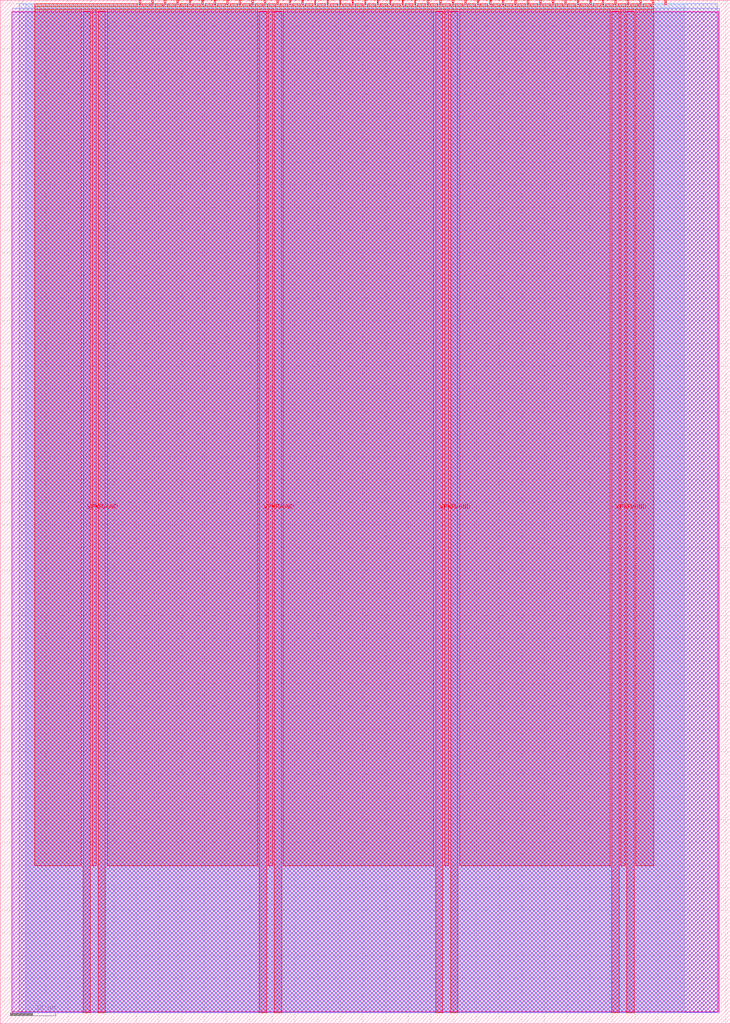
<source format=lef>
VERSION 5.7 ;
  NOWIREEXTENSIONATPIN ON ;
  DIVIDERCHAR "/" ;
  BUSBITCHARS "[]" ;
MACRO tt_um_pid_controller
  CLASS BLOCK ;
  FOREIGN tt_um_pid_controller ;
  ORIGIN 0.000 0.000 ;
  SIZE 161.000 BY 225.760 ;
  PIN VGND
    DIRECTION INOUT ;
    USE GROUND ;
    PORT
      LAYER met4 ;
        RECT 21.580 2.480 23.180 223.280 ;
    END
    PORT
      LAYER met4 ;
        RECT 60.450 2.480 62.050 223.280 ;
    END
    PORT
      LAYER met4 ;
        RECT 99.320 2.480 100.920 223.280 ;
    END
    PORT
      LAYER met4 ;
        RECT 138.190 2.480 139.790 223.280 ;
    END
  END VGND
  PIN VPWR
    DIRECTION INOUT ;
    USE POWER ;
    PORT
      LAYER met4 ;
        RECT 18.280 2.480 19.880 223.280 ;
    END
    PORT
      LAYER met4 ;
        RECT 57.150 2.480 58.750 223.280 ;
    END
    PORT
      LAYER met4 ;
        RECT 96.020 2.480 97.620 223.280 ;
    END
    PORT
      LAYER met4 ;
        RECT 134.890 2.480 136.490 223.280 ;
    END
  END VPWR
  PIN clk
    DIRECTION INPUT ;
    USE SIGNAL ;
    ANTENNAGATEAREA 0.852000 ;
    PORT
      LAYER met4 ;
        RECT 143.830 224.760 144.130 225.760 ;
    END
  END clk
  PIN ena
    DIRECTION INPUT ;
    USE SIGNAL ;
    PORT
      LAYER met4 ;
        RECT 146.590 224.760 146.890 225.760 ;
    END
  END ena
  PIN rst_n
    DIRECTION INPUT ;
    USE SIGNAL ;
    ANTENNAGATEAREA 0.196500 ;
    PORT
      LAYER met4 ;
        RECT 141.070 224.760 141.370 225.760 ;
    END
  END rst_n
  PIN ui_in[0]
    DIRECTION INPUT ;
    USE SIGNAL ;
    ANTENNAGATEAREA 0.213000 ;
    PORT
      LAYER met4 ;
        RECT 138.310 224.760 138.610 225.760 ;
    END
  END ui_in[0]
  PIN ui_in[1]
    DIRECTION INPUT ;
    USE SIGNAL ;
    ANTENNAGATEAREA 0.159000 ;
    PORT
      LAYER met4 ;
        RECT 135.550 224.760 135.850 225.760 ;
    END
  END ui_in[1]
  PIN ui_in[2]
    DIRECTION INPUT ;
    USE SIGNAL ;
    ANTENNAGATEAREA 0.213000 ;
    PORT
      LAYER met4 ;
        RECT 132.790 224.760 133.090 225.760 ;
    END
  END ui_in[2]
  PIN ui_in[3]
    DIRECTION INPUT ;
    USE SIGNAL ;
    ANTENNAGATEAREA 0.213000 ;
    PORT
      LAYER met4 ;
        RECT 130.030 224.760 130.330 225.760 ;
    END
  END ui_in[3]
  PIN ui_in[4]
    DIRECTION INPUT ;
    USE SIGNAL ;
    ANTENNAGATEAREA 0.196500 ;
    PORT
      LAYER met4 ;
        RECT 127.270 224.760 127.570 225.760 ;
    END
  END ui_in[4]
  PIN ui_in[5]
    DIRECTION INPUT ;
    USE SIGNAL ;
    ANTENNAGATEAREA 0.196500 ;
    PORT
      LAYER met4 ;
        RECT 124.510 224.760 124.810 225.760 ;
    END
  END ui_in[5]
  PIN ui_in[6]
    DIRECTION INPUT ;
    USE SIGNAL ;
    ANTENNAGATEAREA 0.196500 ;
    PORT
      LAYER met4 ;
        RECT 121.750 224.760 122.050 225.760 ;
    END
  END ui_in[6]
  PIN ui_in[7]
    DIRECTION INPUT ;
    USE SIGNAL ;
    ANTENNAGATEAREA 0.196500 ;
    PORT
      LAYER met4 ;
        RECT 118.990 224.760 119.290 225.760 ;
    END
  END ui_in[7]
  PIN uio_in[0]
    DIRECTION INPUT ;
    USE SIGNAL ;
    ANTENNAGATEAREA 0.196500 ;
    PORT
      LAYER met4 ;
        RECT 116.230 224.760 116.530 225.760 ;
    END
  END uio_in[0]
  PIN uio_in[1]
    DIRECTION INPUT ;
    USE SIGNAL ;
    ANTENNAGATEAREA 0.196500 ;
    PORT
      LAYER met4 ;
        RECT 113.470 224.760 113.770 225.760 ;
    END
  END uio_in[1]
  PIN uio_in[2]
    DIRECTION INPUT ;
    USE SIGNAL ;
    ANTENNAGATEAREA 0.196500 ;
    PORT
      LAYER met4 ;
        RECT 110.710 224.760 111.010 225.760 ;
    END
  END uio_in[2]
  PIN uio_in[3]
    DIRECTION INPUT ;
    USE SIGNAL ;
    ANTENNAGATEAREA 0.196500 ;
    PORT
      LAYER met4 ;
        RECT 107.950 224.760 108.250 225.760 ;
    END
  END uio_in[3]
  PIN uio_in[4]
    DIRECTION INPUT ;
    USE SIGNAL ;
    ANTENNAGATEAREA 0.196500 ;
    PORT
      LAYER met4 ;
        RECT 105.190 224.760 105.490 225.760 ;
    END
  END uio_in[4]
  PIN uio_in[5]
    DIRECTION INPUT ;
    USE SIGNAL ;
    ANTENNAGATEAREA 0.196500 ;
    PORT
      LAYER met4 ;
        RECT 102.430 224.760 102.730 225.760 ;
    END
  END uio_in[5]
  PIN uio_in[6]
    DIRECTION INPUT ;
    USE SIGNAL ;
    ANTENNAGATEAREA 0.196500 ;
    PORT
      LAYER met4 ;
        RECT 99.670 224.760 99.970 225.760 ;
    END
  END uio_in[6]
  PIN uio_in[7]
    DIRECTION INPUT ;
    USE SIGNAL ;
    ANTENNAGATEAREA 0.196500 ;
    PORT
      LAYER met4 ;
        RECT 96.910 224.760 97.210 225.760 ;
    END
  END uio_in[7]
  PIN uio_oe[0]
    DIRECTION OUTPUT ;
    USE SIGNAL ;
    PORT
      LAYER met4 ;
        RECT 49.990 224.760 50.290 225.760 ;
    END
  END uio_oe[0]
  PIN uio_oe[1]
    DIRECTION OUTPUT ;
    USE SIGNAL ;
    PORT
      LAYER met4 ;
        RECT 47.230 224.760 47.530 225.760 ;
    END
  END uio_oe[1]
  PIN uio_oe[2]
    DIRECTION OUTPUT ;
    USE SIGNAL ;
    PORT
      LAYER met4 ;
        RECT 44.470 224.760 44.770 225.760 ;
    END
  END uio_oe[2]
  PIN uio_oe[3]
    DIRECTION OUTPUT ;
    USE SIGNAL ;
    PORT
      LAYER met4 ;
        RECT 41.710 224.760 42.010 225.760 ;
    END
  END uio_oe[3]
  PIN uio_oe[4]
    DIRECTION OUTPUT ;
    USE SIGNAL ;
    PORT
      LAYER met4 ;
        RECT 38.950 224.760 39.250 225.760 ;
    END
  END uio_oe[4]
  PIN uio_oe[5]
    DIRECTION OUTPUT ;
    USE SIGNAL ;
    PORT
      LAYER met4 ;
        RECT 36.190 224.760 36.490 225.760 ;
    END
  END uio_oe[5]
  PIN uio_oe[6]
    DIRECTION OUTPUT ;
    USE SIGNAL ;
    PORT
      LAYER met4 ;
        RECT 33.430 224.760 33.730 225.760 ;
    END
  END uio_oe[6]
  PIN uio_oe[7]
    DIRECTION OUTPUT ;
    USE SIGNAL ;
    PORT
      LAYER met4 ;
        RECT 30.670 224.760 30.970 225.760 ;
    END
  END uio_oe[7]
  PIN uio_out[0]
    DIRECTION OUTPUT ;
    USE SIGNAL ;
    PORT
      LAYER met4 ;
        RECT 72.070 224.760 72.370 225.760 ;
    END
  END uio_out[0]
  PIN uio_out[1]
    DIRECTION OUTPUT ;
    USE SIGNAL ;
    PORT
      LAYER met4 ;
        RECT 69.310 224.760 69.610 225.760 ;
    END
  END uio_out[1]
  PIN uio_out[2]
    DIRECTION OUTPUT ;
    USE SIGNAL ;
    PORT
      LAYER met4 ;
        RECT 66.550 224.760 66.850 225.760 ;
    END
  END uio_out[2]
  PIN uio_out[3]
    DIRECTION OUTPUT ;
    USE SIGNAL ;
    PORT
      LAYER met4 ;
        RECT 63.790 224.760 64.090 225.760 ;
    END
  END uio_out[3]
  PIN uio_out[4]
    DIRECTION OUTPUT ;
    USE SIGNAL ;
    PORT
      LAYER met4 ;
        RECT 61.030 224.760 61.330 225.760 ;
    END
  END uio_out[4]
  PIN uio_out[5]
    DIRECTION OUTPUT ;
    USE SIGNAL ;
    PORT
      LAYER met4 ;
        RECT 58.270 224.760 58.570 225.760 ;
    END
  END uio_out[5]
  PIN uio_out[6]
    DIRECTION OUTPUT ;
    USE SIGNAL ;
    PORT
      LAYER met4 ;
        RECT 55.510 224.760 55.810 225.760 ;
    END
  END uio_out[6]
  PIN uio_out[7]
    DIRECTION OUTPUT ;
    USE SIGNAL ;
    PORT
      LAYER met4 ;
        RECT 52.750 224.760 53.050 225.760 ;
    END
  END uio_out[7]
  PIN uo_out[0]
    DIRECTION OUTPUT ;
    USE SIGNAL ;
    ANTENNAGATEAREA 0.247500 ;
    ANTENNADIFFAREA 0.891000 ;
    PORT
      LAYER met4 ;
        RECT 94.150 224.760 94.450 225.760 ;
    END
  END uo_out[0]
  PIN uo_out[1]
    DIRECTION OUTPUT ;
    USE SIGNAL ;
    ANTENNAGATEAREA 0.247500 ;
    ANTENNADIFFAREA 0.891000 ;
    PORT
      LAYER met4 ;
        RECT 91.390 224.760 91.690 225.760 ;
    END
  END uo_out[1]
  PIN uo_out[2]
    DIRECTION OUTPUT ;
    USE SIGNAL ;
    ANTENNAGATEAREA 0.247500 ;
    ANTENNADIFFAREA 0.891000 ;
    PORT
      LAYER met4 ;
        RECT 88.630 224.760 88.930 225.760 ;
    END
  END uo_out[2]
  PIN uo_out[3]
    DIRECTION OUTPUT ;
    USE SIGNAL ;
    ANTENNAGATEAREA 0.247500 ;
    ANTENNADIFFAREA 0.891000 ;
    PORT
      LAYER met4 ;
        RECT 85.870 224.760 86.170 225.760 ;
    END
  END uo_out[3]
  PIN uo_out[4]
    DIRECTION OUTPUT ;
    USE SIGNAL ;
    ANTENNAGATEAREA 0.247500 ;
    ANTENNADIFFAREA 0.891000 ;
    PORT
      LAYER met4 ;
        RECT 83.110 224.760 83.410 225.760 ;
    END
  END uo_out[4]
  PIN uo_out[5]
    DIRECTION OUTPUT ;
    USE SIGNAL ;
    ANTENNAGATEAREA 0.247500 ;
    ANTENNADIFFAREA 0.891000 ;
    PORT
      LAYER met4 ;
        RECT 80.350 224.760 80.650 225.760 ;
    END
  END uo_out[5]
  PIN uo_out[6]
    DIRECTION OUTPUT ;
    USE SIGNAL ;
    ANTENNAGATEAREA 0.247500 ;
    ANTENNADIFFAREA 0.891000 ;
    PORT
      LAYER met4 ;
        RECT 77.590 224.760 77.890 225.760 ;
    END
  END uo_out[6]
  PIN uo_out[7]
    DIRECTION OUTPUT ;
    USE SIGNAL ;
    ANTENNAGATEAREA 0.247500 ;
    ANTENNADIFFAREA 0.891000 ;
    PORT
      LAYER met4 ;
        RECT 74.830 224.760 75.130 225.760 ;
    END
  END uo_out[7]
  OBS
      LAYER nwell ;
        RECT 2.570 2.635 158.430 223.230 ;
      LAYER li1 ;
        RECT 2.760 2.635 158.240 223.125 ;
      LAYER met1 ;
        RECT 2.760 2.480 158.540 224.020 ;
      LAYER met2 ;
        RECT 4.240 2.535 158.140 224.925 ;
      LAYER met3 ;
        RECT 5.585 2.555 150.815 224.905 ;
      LAYER met4 ;
        RECT 7.655 224.360 30.270 224.905 ;
        RECT 31.370 224.360 33.030 224.905 ;
        RECT 34.130 224.360 35.790 224.905 ;
        RECT 36.890 224.360 38.550 224.905 ;
        RECT 39.650 224.360 41.310 224.905 ;
        RECT 42.410 224.360 44.070 224.905 ;
        RECT 45.170 224.360 46.830 224.905 ;
        RECT 47.930 224.360 49.590 224.905 ;
        RECT 50.690 224.360 52.350 224.905 ;
        RECT 53.450 224.360 55.110 224.905 ;
        RECT 56.210 224.360 57.870 224.905 ;
        RECT 58.970 224.360 60.630 224.905 ;
        RECT 61.730 224.360 63.390 224.905 ;
        RECT 64.490 224.360 66.150 224.905 ;
        RECT 67.250 224.360 68.910 224.905 ;
        RECT 70.010 224.360 71.670 224.905 ;
        RECT 72.770 224.360 74.430 224.905 ;
        RECT 75.530 224.360 77.190 224.905 ;
        RECT 78.290 224.360 79.950 224.905 ;
        RECT 81.050 224.360 82.710 224.905 ;
        RECT 83.810 224.360 85.470 224.905 ;
        RECT 86.570 224.360 88.230 224.905 ;
        RECT 89.330 224.360 90.990 224.905 ;
        RECT 92.090 224.360 93.750 224.905 ;
        RECT 94.850 224.360 96.510 224.905 ;
        RECT 97.610 224.360 99.270 224.905 ;
        RECT 100.370 224.360 102.030 224.905 ;
        RECT 103.130 224.360 104.790 224.905 ;
        RECT 105.890 224.360 107.550 224.905 ;
        RECT 108.650 224.360 110.310 224.905 ;
        RECT 111.410 224.360 113.070 224.905 ;
        RECT 114.170 224.360 115.830 224.905 ;
        RECT 116.930 224.360 118.590 224.905 ;
        RECT 119.690 224.360 121.350 224.905 ;
        RECT 122.450 224.360 124.110 224.905 ;
        RECT 125.210 224.360 126.870 224.905 ;
        RECT 127.970 224.360 129.630 224.905 ;
        RECT 130.730 224.360 132.390 224.905 ;
        RECT 133.490 224.360 135.150 224.905 ;
        RECT 136.250 224.360 137.910 224.905 ;
        RECT 139.010 224.360 140.670 224.905 ;
        RECT 141.770 224.360 143.430 224.905 ;
        RECT 7.655 223.680 144.145 224.360 ;
        RECT 7.655 34.855 17.880 223.680 ;
        RECT 20.280 34.855 21.180 223.680 ;
        RECT 23.580 34.855 56.750 223.680 ;
        RECT 59.150 34.855 60.050 223.680 ;
        RECT 62.450 34.855 95.620 223.680 ;
        RECT 98.020 34.855 98.920 223.680 ;
        RECT 101.320 34.855 134.490 223.680 ;
        RECT 136.890 34.855 137.790 223.680 ;
        RECT 140.190 34.855 144.145 223.680 ;
  END
END tt_um_pid_controller
END LIBRARY


</source>
